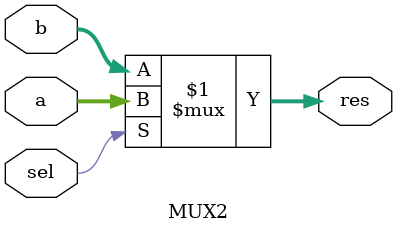
<source format=v>
module MUX2
	(
		input[31:0] a, b, 
		input sel,
		output [31:0] res
	);
assign res = sel ? a : b ;
endmodule





</source>
